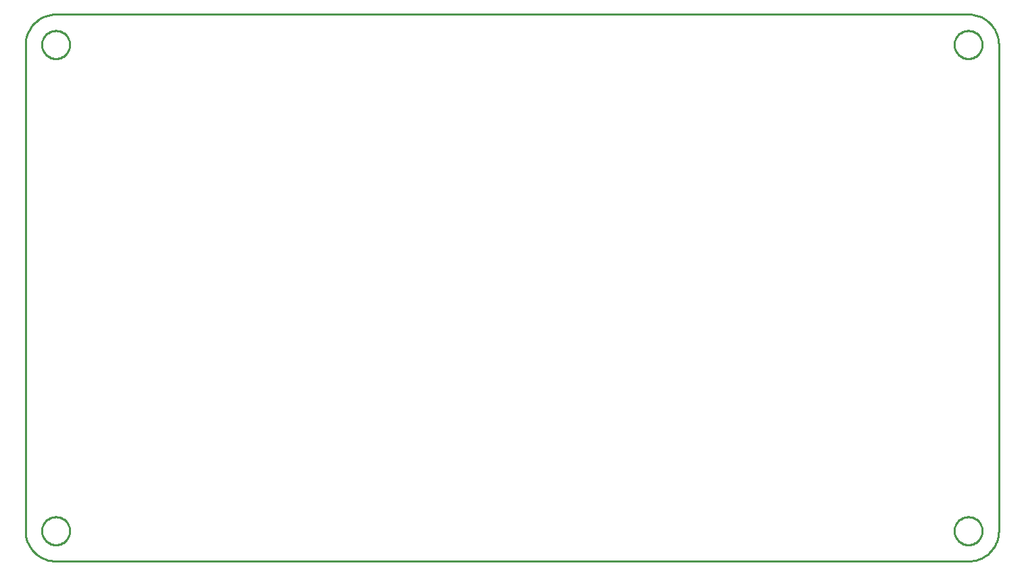
<source format=gbr>
G04 EAGLE Gerber RS-274X export*
G75*
%MOMM*%
%FSLAX34Y34*%
%LPD*%
%IN*%
%IPPOS*%
%AMOC8*
5,1,8,0,0,1.08239X$1,22.5*%
G01*
%ADD10C,0.254000*%


D10*
X0Y0D02*
X145Y-3321D01*
X579Y-6616D01*
X1298Y-9861D01*
X2298Y-13031D01*
X3570Y-16102D01*
X5104Y-19050D01*
X6890Y-21853D01*
X8914Y-24490D01*
X11159Y-26941D01*
X13610Y-29186D01*
X16247Y-31210D01*
X19050Y-32996D01*
X21998Y-34530D01*
X25069Y-35802D01*
X28239Y-36802D01*
X31484Y-37521D01*
X34779Y-37955D01*
X38100Y-38100D01*
X1181100Y-38100D01*
X1184421Y-37955D01*
X1187716Y-37521D01*
X1190961Y-36802D01*
X1194131Y-35802D01*
X1197202Y-34530D01*
X1200150Y-32996D01*
X1202953Y-31210D01*
X1205590Y-29186D01*
X1208041Y-26941D01*
X1210286Y-24490D01*
X1212310Y-21853D01*
X1214096Y-19050D01*
X1215630Y-16102D01*
X1216902Y-13031D01*
X1217902Y-9861D01*
X1218621Y-6616D01*
X1219055Y-3321D01*
X1219200Y0D01*
X1219200Y609600D01*
X1219055Y612921D01*
X1218621Y616216D01*
X1217902Y619461D01*
X1216902Y622631D01*
X1215630Y625702D01*
X1214096Y628650D01*
X1212310Y631453D01*
X1210286Y634090D01*
X1208041Y636541D01*
X1205590Y638786D01*
X1202953Y640810D01*
X1200150Y642596D01*
X1197202Y644130D01*
X1194131Y645402D01*
X1190961Y646402D01*
X1187716Y647121D01*
X1184421Y647555D01*
X1181100Y647700D01*
X38100Y647700D01*
X34779Y647555D01*
X31484Y647121D01*
X28239Y646402D01*
X25069Y645402D01*
X21998Y644130D01*
X19050Y642596D01*
X16247Y640810D01*
X13610Y638786D01*
X11159Y636541D01*
X8914Y634090D01*
X6890Y631453D01*
X5104Y628650D01*
X3570Y625702D01*
X2298Y622631D01*
X1298Y619461D01*
X579Y616216D01*
X145Y612921D01*
X0Y609600D01*
X0Y0D01*
X55600Y609027D02*
X55525Y607884D01*
X55376Y606748D01*
X55152Y605624D01*
X54855Y604517D01*
X54487Y603432D01*
X54049Y602374D01*
X53542Y601346D01*
X52969Y600354D01*
X52332Y599401D01*
X51635Y598492D01*
X50879Y597631D01*
X50069Y596821D01*
X49208Y596065D01*
X48299Y595368D01*
X47346Y594731D01*
X46354Y594158D01*
X45326Y593651D01*
X44268Y593213D01*
X43183Y592845D01*
X42076Y592548D01*
X40952Y592325D01*
X39816Y592175D01*
X38673Y592100D01*
X37527Y592100D01*
X36384Y592175D01*
X35248Y592325D01*
X34124Y592548D01*
X33017Y592845D01*
X31932Y593213D01*
X30874Y593651D01*
X29846Y594158D01*
X28854Y594731D01*
X27901Y595368D01*
X26992Y596065D01*
X26131Y596821D01*
X25321Y597631D01*
X24565Y598492D01*
X23868Y599401D01*
X23231Y600354D01*
X22658Y601346D01*
X22151Y602374D01*
X21713Y603432D01*
X21345Y604517D01*
X21048Y605624D01*
X20825Y606748D01*
X20675Y607884D01*
X20600Y609027D01*
X20600Y610173D01*
X20675Y611316D01*
X20825Y612452D01*
X21048Y613576D01*
X21345Y614683D01*
X21713Y615768D01*
X22151Y616826D01*
X22658Y617854D01*
X23231Y618846D01*
X23868Y619799D01*
X24565Y620708D01*
X25321Y621569D01*
X26131Y622379D01*
X26992Y623135D01*
X27901Y623832D01*
X28854Y624469D01*
X29846Y625042D01*
X30874Y625549D01*
X31932Y625987D01*
X33017Y626355D01*
X34124Y626652D01*
X35248Y626876D01*
X36384Y627025D01*
X37527Y627100D01*
X38673Y627100D01*
X39816Y627025D01*
X40952Y626876D01*
X42076Y626652D01*
X43183Y626355D01*
X44268Y625987D01*
X45326Y625549D01*
X46354Y625042D01*
X47346Y624469D01*
X48299Y623832D01*
X49208Y623135D01*
X50069Y622379D01*
X50879Y621569D01*
X51635Y620708D01*
X52332Y619799D01*
X52969Y618846D01*
X53542Y617854D01*
X54049Y616826D01*
X54487Y615768D01*
X54855Y614683D01*
X55152Y613576D01*
X55376Y612452D01*
X55525Y611316D01*
X55600Y610173D01*
X55600Y609027D01*
X1198600Y609027D02*
X1198525Y607884D01*
X1198376Y606748D01*
X1198152Y605624D01*
X1197855Y604517D01*
X1197487Y603432D01*
X1197049Y602374D01*
X1196542Y601346D01*
X1195969Y600354D01*
X1195332Y599401D01*
X1194635Y598492D01*
X1193879Y597631D01*
X1193069Y596821D01*
X1192208Y596065D01*
X1191299Y595368D01*
X1190346Y594731D01*
X1189354Y594158D01*
X1188326Y593651D01*
X1187268Y593213D01*
X1186183Y592845D01*
X1185076Y592548D01*
X1183952Y592325D01*
X1182816Y592175D01*
X1181673Y592100D01*
X1180527Y592100D01*
X1179384Y592175D01*
X1178248Y592325D01*
X1177124Y592548D01*
X1176017Y592845D01*
X1174932Y593213D01*
X1173874Y593651D01*
X1172846Y594158D01*
X1171854Y594731D01*
X1170901Y595368D01*
X1169992Y596065D01*
X1169131Y596821D01*
X1168321Y597631D01*
X1167565Y598492D01*
X1166868Y599401D01*
X1166231Y600354D01*
X1165658Y601346D01*
X1165151Y602374D01*
X1164713Y603432D01*
X1164345Y604517D01*
X1164048Y605624D01*
X1163825Y606748D01*
X1163675Y607884D01*
X1163600Y609027D01*
X1163600Y610173D01*
X1163675Y611316D01*
X1163825Y612452D01*
X1164048Y613576D01*
X1164345Y614683D01*
X1164713Y615768D01*
X1165151Y616826D01*
X1165658Y617854D01*
X1166231Y618846D01*
X1166868Y619799D01*
X1167565Y620708D01*
X1168321Y621569D01*
X1169131Y622379D01*
X1169992Y623135D01*
X1170901Y623832D01*
X1171854Y624469D01*
X1172846Y625042D01*
X1173874Y625549D01*
X1174932Y625987D01*
X1176017Y626355D01*
X1177124Y626652D01*
X1178248Y626876D01*
X1179384Y627025D01*
X1180527Y627100D01*
X1181673Y627100D01*
X1182816Y627025D01*
X1183952Y626876D01*
X1185076Y626652D01*
X1186183Y626355D01*
X1187268Y625987D01*
X1188326Y625549D01*
X1189354Y625042D01*
X1190346Y624469D01*
X1191299Y623832D01*
X1192208Y623135D01*
X1193069Y622379D01*
X1193879Y621569D01*
X1194635Y620708D01*
X1195332Y619799D01*
X1195969Y618846D01*
X1196542Y617854D01*
X1197049Y616826D01*
X1197487Y615768D01*
X1197855Y614683D01*
X1198152Y613576D01*
X1198376Y612452D01*
X1198525Y611316D01*
X1198600Y610173D01*
X1198600Y609027D01*
X55600Y-573D02*
X55525Y-1716D01*
X55376Y-2852D01*
X55152Y-3976D01*
X54855Y-5083D01*
X54487Y-6168D01*
X54049Y-7226D01*
X53542Y-8254D01*
X52969Y-9246D01*
X52332Y-10199D01*
X51635Y-11108D01*
X50879Y-11969D01*
X50069Y-12779D01*
X49208Y-13535D01*
X48299Y-14232D01*
X47346Y-14869D01*
X46354Y-15442D01*
X45326Y-15949D01*
X44268Y-16387D01*
X43183Y-16755D01*
X42076Y-17052D01*
X40952Y-17276D01*
X39816Y-17425D01*
X38673Y-17500D01*
X37527Y-17500D01*
X36384Y-17425D01*
X35248Y-17276D01*
X34124Y-17052D01*
X33017Y-16755D01*
X31932Y-16387D01*
X30874Y-15949D01*
X29846Y-15442D01*
X28854Y-14869D01*
X27901Y-14232D01*
X26992Y-13535D01*
X26131Y-12779D01*
X25321Y-11969D01*
X24565Y-11108D01*
X23868Y-10199D01*
X23231Y-9246D01*
X22658Y-8254D01*
X22151Y-7226D01*
X21713Y-6168D01*
X21345Y-5083D01*
X21048Y-3976D01*
X20825Y-2852D01*
X20675Y-1716D01*
X20600Y-573D01*
X20600Y573D01*
X20675Y1716D01*
X20825Y2852D01*
X21048Y3976D01*
X21345Y5083D01*
X21713Y6168D01*
X22151Y7226D01*
X22658Y8254D01*
X23231Y9246D01*
X23868Y10199D01*
X24565Y11108D01*
X25321Y11969D01*
X26131Y12779D01*
X26992Y13535D01*
X27901Y14232D01*
X28854Y14869D01*
X29846Y15442D01*
X30874Y15949D01*
X31932Y16387D01*
X33017Y16755D01*
X34124Y17052D01*
X35248Y17276D01*
X36384Y17425D01*
X37527Y17500D01*
X38673Y17500D01*
X39816Y17425D01*
X40952Y17276D01*
X42076Y17052D01*
X43183Y16755D01*
X44268Y16387D01*
X45326Y15949D01*
X46354Y15442D01*
X47346Y14869D01*
X48299Y14232D01*
X49208Y13535D01*
X50069Y12779D01*
X50879Y11969D01*
X51635Y11108D01*
X52332Y10199D01*
X52969Y9246D01*
X53542Y8254D01*
X54049Y7226D01*
X54487Y6168D01*
X54855Y5083D01*
X55152Y3976D01*
X55376Y2852D01*
X55525Y1716D01*
X55600Y573D01*
X55600Y-573D01*
X1198600Y-573D02*
X1198525Y-1716D01*
X1198376Y-2852D01*
X1198152Y-3976D01*
X1197855Y-5083D01*
X1197487Y-6168D01*
X1197049Y-7226D01*
X1196542Y-8254D01*
X1195969Y-9246D01*
X1195332Y-10199D01*
X1194635Y-11108D01*
X1193879Y-11969D01*
X1193069Y-12779D01*
X1192208Y-13535D01*
X1191299Y-14232D01*
X1190346Y-14869D01*
X1189354Y-15442D01*
X1188326Y-15949D01*
X1187268Y-16387D01*
X1186183Y-16755D01*
X1185076Y-17052D01*
X1183952Y-17276D01*
X1182816Y-17425D01*
X1181673Y-17500D01*
X1180527Y-17500D01*
X1179384Y-17425D01*
X1178248Y-17276D01*
X1177124Y-17052D01*
X1176017Y-16755D01*
X1174932Y-16387D01*
X1173874Y-15949D01*
X1172846Y-15442D01*
X1171854Y-14869D01*
X1170901Y-14232D01*
X1169992Y-13535D01*
X1169131Y-12779D01*
X1168321Y-11969D01*
X1167565Y-11108D01*
X1166868Y-10199D01*
X1166231Y-9246D01*
X1165658Y-8254D01*
X1165151Y-7226D01*
X1164713Y-6168D01*
X1164345Y-5083D01*
X1164048Y-3976D01*
X1163825Y-2852D01*
X1163675Y-1716D01*
X1163600Y-573D01*
X1163600Y573D01*
X1163675Y1716D01*
X1163825Y2852D01*
X1164048Y3976D01*
X1164345Y5083D01*
X1164713Y6168D01*
X1165151Y7226D01*
X1165658Y8254D01*
X1166231Y9246D01*
X1166868Y10199D01*
X1167565Y11108D01*
X1168321Y11969D01*
X1169131Y12779D01*
X1169992Y13535D01*
X1170901Y14232D01*
X1171854Y14869D01*
X1172846Y15442D01*
X1173874Y15949D01*
X1174932Y16387D01*
X1176017Y16755D01*
X1177124Y17052D01*
X1178248Y17276D01*
X1179384Y17425D01*
X1180527Y17500D01*
X1181673Y17500D01*
X1182816Y17425D01*
X1183952Y17276D01*
X1185076Y17052D01*
X1186183Y16755D01*
X1187268Y16387D01*
X1188326Y15949D01*
X1189354Y15442D01*
X1190346Y14869D01*
X1191299Y14232D01*
X1192208Y13535D01*
X1193069Y12779D01*
X1193879Y11969D01*
X1194635Y11108D01*
X1195332Y10199D01*
X1195969Y9246D01*
X1196542Y8254D01*
X1197049Y7226D01*
X1197487Y6168D01*
X1197855Y5083D01*
X1198152Y3976D01*
X1198376Y2852D01*
X1198525Y1716D01*
X1198600Y573D01*
X1198600Y-573D01*
M02*

</source>
